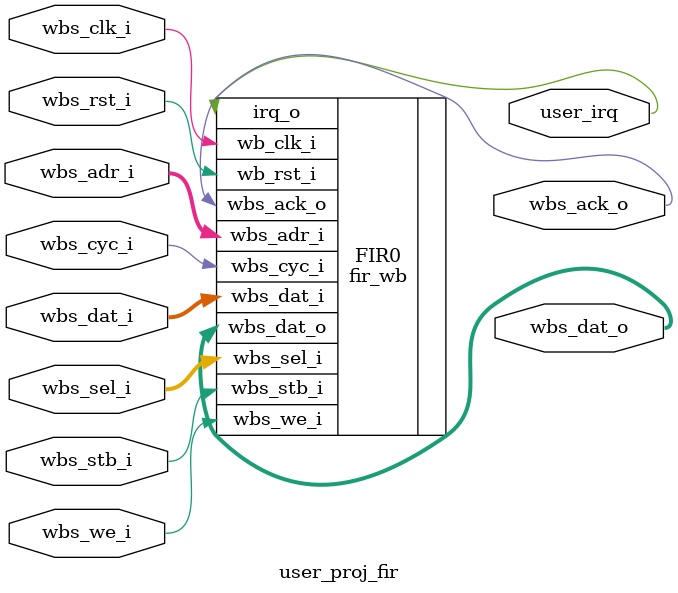
<source format=v>
`timescale 1ns / 1ps

module user_proj_fir (
`ifdef USE_POWER_PINS
    inout vdda1,
    inout vdda2,
    inout vssa1,
    inout vssa2,
    inout vccd1,
    inout vccd2,
    inout vssd1,
    inout vssd2,
`endif

    // Wishbone Slave ports (connected from openframe wrapper)
    input  wire          wbs_clk_i,
    input  wire          wbs_rst_i,
    input  wire          wbs_cyc_i,
    input  wire          wbs_stb_i,
    input  wire          wbs_we_i,
    input  wire  [3:0]   wbs_sel_i,
    input  wire  [31:0]  wbs_adr_i,
    input  wire  [31:0]  wbs_dat_i,
    output wire  [31:0]  wbs_dat_o,
    output wire          wbs_ack_o,

    // GPIOs left unconnected for now — expose if you want to route debug/IRQ to pins.
    output wire          user_irq
);

    // Instantiate fir_wb using internal clock (use wbs_clk_i)
    fir_wb #(
        .DATA_W(32),
        .COEF_W(32),
        .ACC_W(64),
        .MAX_TAPS(64),
        .FIFO_DEPTH(64)
    ) FIR0 (
        .wb_clk_i (wbs_clk_i),
        .wb_rst_i (wbs_rst_i),
        .wbs_cyc_i(wbs_cyc_i),
        .wbs_stb_i(wbs_stb_i),
        .wbs_we_i (wbs_we_i),
        .wbs_sel_i(wbs_sel_i),
        .wbs_adr_i(wbs_adr_i),
        .wbs_dat_i(wbs_dat_i),
        .wbs_dat_o(wbs_dat_o),
        .wbs_ack_o(wbs_ack_o),
        .irq_o(user_irq)
    );

endmodule

</source>
